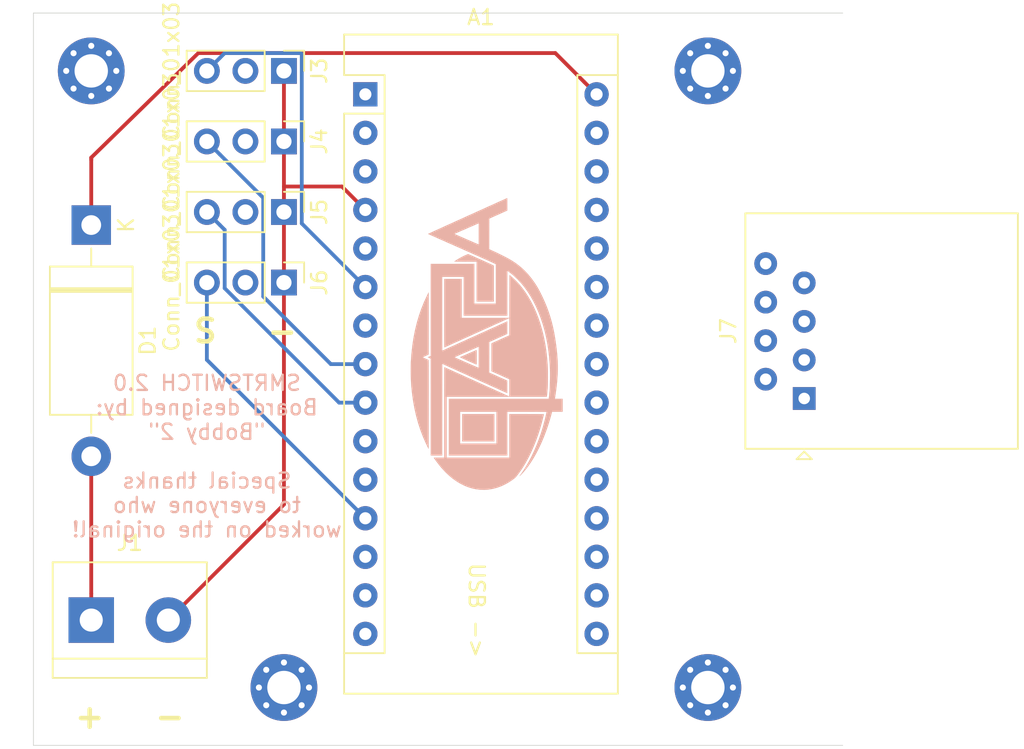
<source format=kicad_pcb>
(kicad_pcb (version 20171130) (host pcbnew "(5.1.6)-1")

  (general
    (thickness 1.6)
    (drawings 7)
    (tracks 40)
    (zones 0)
    (modules 13)
    (nets 36)
  )

  (page A4)
  (layers
    (0 F.Cu signal)
    (31 B.Cu signal)
    (32 B.Adhes user)
    (33 F.Adhes user)
    (34 B.Paste user)
    (35 F.Paste user)
    (36 B.SilkS user)
    (37 F.SilkS user)
    (38 B.Mask user)
    (39 F.Mask user)
    (40 Dwgs.User user)
    (41 Cmts.User user)
    (42 Eco1.User user)
    (43 Eco2.User user)
    (44 Edge.Cuts user)
    (45 Margin user)
    (46 B.CrtYd user)
    (47 F.CrtYd user)
    (48 B.Fab user)
    (49 F.Fab user)
  )

  (setup
    (last_trace_width 0.25)
    (trace_clearance 0.2)
    (zone_clearance 0.508)
    (zone_45_only no)
    (trace_min 0.2)
    (via_size 0.8)
    (via_drill 0.4)
    (via_min_size 0.4)
    (via_min_drill 0.3)
    (uvia_size 0.3)
    (uvia_drill 0.1)
    (uvias_allowed no)
    (uvia_min_size 0.2)
    (uvia_min_drill 0.1)
    (edge_width 0.05)
    (segment_width 0.2)
    (pcb_text_width 0.3)
    (pcb_text_size 1.5 1.5)
    (mod_edge_width 0.12)
    (mod_text_size 1 1)
    (mod_text_width 0.15)
    (pad_size 1.524 1.524)
    (pad_drill 0.762)
    (pad_to_mask_clearance 0.051)
    (solder_mask_min_width 0.25)
    (aux_axis_origin 0 0)
    (visible_elements 7FFFFFFF)
    (pcbplotparams
      (layerselection 0x010fc_ffffffff)
      (usegerberextensions false)
      (usegerberattributes false)
      (usegerberadvancedattributes false)
      (creategerberjobfile false)
      (excludeedgelayer true)
      (linewidth 0.100000)
      (plotframeref false)
      (viasonmask false)
      (mode 1)
      (useauxorigin false)
      (hpglpennumber 1)
      (hpglpenspeed 20)
      (hpglpendiameter 15.000000)
      (psnegative false)
      (psa4output false)
      (plotreference true)
      (plotvalue true)
      (plotinvisibletext false)
      (padsonsilk false)
      (subtractmaskfromsilk false)
      (outputformat 1)
      (mirror false)
      (drillshape 0)
      (scaleselection 1)
      (outputdirectory ""))
  )

  (net 0 "")
  (net 1 "Net-(A1-Pad1)")
  (net 2 "Net-(A1-Pad17)")
  (net 3 "Net-(A1-Pad2)")
  (net 4 "Net-(A1-Pad18)")
  (net 5 "Net-(A1-Pad3)")
  (net 6 "Net-(A1-Pad19)")
  (net 7 "Net-(A1-Pad20)")
  (net 8 "Net-(A1-Pad5)")
  (net 9 "Net-(A1-Pad21)")
  (net 10 "Net-(A1-Pad6)")
  (net 11 "Net-(A1-Pad22)")
  (net 12 "Net-(A1-Pad7)")
  (net 13 "Net-(A1-Pad23)")
  (net 14 "Net-(A1-Pad8)")
  (net 15 "Net-(A1-Pad24)")
  (net 16 "Net-(A1-Pad9)")
  (net 17 "Net-(A1-Pad25)")
  (net 18 "Net-(A1-Pad10)")
  (net 19 "Net-(A1-Pad26)")
  (net 20 "Net-(A1-Pad11)")
  (net 21 "Net-(A1-Pad27)")
  (net 22 "Net-(A1-Pad12)")
  (net 23 "Net-(A1-Pad28)")
  (net 24 "Net-(A1-Pad13)")
  (net 25 GND)
  (net 26 "Net-(A1-Pad14)")
  (net 27 +12V)
  (net 28 "Net-(A1-Pad15)")
  (net 29 "Net-(A1-Pad16)")
  (net 30 "Net-(A1-Pad29)")
  (net 31 "Net-(A1-Pad30)")
  (net 32 "Net-(J3-Pad2)")
  (net 33 "Net-(J4-Pad2)")
  (net 34 "Net-(J5-Pad2)")
  (net 35 "Net-(J6-Pad2)")

  (net_class Default "This is the default net class."
    (clearance 0.2)
    (trace_width 0.25)
    (via_dia 0.8)
    (via_drill 0.4)
    (uvia_dia 0.3)
    (uvia_drill 0.1)
    (add_net +12V)
    (add_net GND)
    (add_net "Net-(A1-Pad1)")
    (add_net "Net-(A1-Pad10)")
    (add_net "Net-(A1-Pad11)")
    (add_net "Net-(A1-Pad12)")
    (add_net "Net-(A1-Pad13)")
    (add_net "Net-(A1-Pad14)")
    (add_net "Net-(A1-Pad15)")
    (add_net "Net-(A1-Pad16)")
    (add_net "Net-(A1-Pad17)")
    (add_net "Net-(A1-Pad18)")
    (add_net "Net-(A1-Pad19)")
    (add_net "Net-(A1-Pad2)")
    (add_net "Net-(A1-Pad20)")
    (add_net "Net-(A1-Pad21)")
    (add_net "Net-(A1-Pad22)")
    (add_net "Net-(A1-Pad23)")
    (add_net "Net-(A1-Pad24)")
    (add_net "Net-(A1-Pad25)")
    (add_net "Net-(A1-Pad26)")
    (add_net "Net-(A1-Pad27)")
    (add_net "Net-(A1-Pad28)")
    (add_net "Net-(A1-Pad29)")
    (add_net "Net-(A1-Pad3)")
    (add_net "Net-(A1-Pad30)")
    (add_net "Net-(A1-Pad5)")
    (add_net "Net-(A1-Pad6)")
    (add_net "Net-(A1-Pad7)")
    (add_net "Net-(A1-Pad8)")
    (add_net "Net-(A1-Pad9)")
    (add_net "Net-(J3-Pad2)")
    (add_net "Net-(J4-Pad2)")
    (add_net "Net-(J5-Pad2)")
    (add_net "Net-(J6-Pad2)")
  )

  (module Connector_RJ:RJ45_Amphenol_54602-x08_Horizontal (layer F.Cu) (tedit 5B103613) (tstamp 5EEF0404)
    (at 162.56 95.25 90)
    (descr "8 Pol Shallow Latch Connector, Modjack, RJ45 (https://cdn.amphenol-icc.com/media/wysiwyg/files/drawing/c-bmj-0102.pdf)")
    (tags RJ45)
    (path /5EEEE824)
    (fp_text reference J7 (at 4.445 -5 90) (layer F.SilkS)
      (effects (font (size 1 1) (thickness 0.15)))
    )
    (fp_text value RJ45 (at 4.445 4 90) (layer F.Fab)
      (effects (font (size 1 1) (thickness 0.15)))
    )
    (fp_line (start 12.6 14.47) (end -3.71 14.47) (layer F.CrtYd) (width 0.05))
    (fp_line (start 12.6 14.47) (end 12.6 -4.27) (layer F.CrtYd) (width 0.05))
    (fp_line (start -3.71 -4.27) (end -3.71 14.47) (layer F.CrtYd) (width 0.05))
    (fp_line (start -3.71 -4.27) (end 12.6 -4.27) (layer F.CrtYd) (width 0.05))
    (fp_line (start -3.315 -3.88) (end -3.315 14.08) (layer F.SilkS) (width 0.12))
    (fp_line (start 12.205 -3.88) (end -3.315 -3.88) (layer F.SilkS) (width 0.12))
    (fp_line (start 12.205 -3.88) (end 12.205 14.08) (layer F.SilkS) (width 0.12))
    (fp_line (start -3.315 14.08) (end 12.205 14.08) (layer F.SilkS) (width 0.12))
    (fp_line (start -3.205 -2.77) (end -2.205 -3.77) (layer F.Fab) (width 0.12))
    (fp_line (start -2.205 -3.77) (end 12.095 -3.77) (layer F.Fab) (width 0.12))
    (fp_line (start 12.095 -3.77) (end 12.095 13.97) (layer F.Fab) (width 0.12))
    (fp_line (start 12.095 13.97) (end -3.205 13.97) (layer F.Fab) (width 0.12))
    (fp_line (start -3.205 13.97) (end -3.205 -2.77) (layer F.Fab) (width 0.12))
    (fp_line (start -3.5 0) (end -4 -0.5) (layer F.SilkS) (width 0.12))
    (fp_line (start -4 -0.5) (end -4 0.5) (layer F.SilkS) (width 0.12))
    (fp_line (start -4 0.5) (end -3.5 0) (layer F.SilkS) (width 0.12))
    (fp_text user %R (at 4.445 2 90) (layer F.Fab)
      (effects (font (size 1 1) (thickness 0.15)))
    )
    (pad 8 thru_hole circle (at 8.89 -2.54 90) (size 1.5 1.5) (drill 0.76) (layers *.Cu *.Mask)
      (net 21 "Net-(A1-Pad27)"))
    (pad 7 thru_hole circle (at 7.62 0 90) (size 1.5 1.5) (drill 0.76) (layers *.Cu *.Mask)
      (net 30 "Net-(A1-Pad29)"))
    (pad 6 thru_hole circle (at 6.35 -2.54 90) (size 1.5 1.5) (drill 0.76) (layers *.Cu *.Mask)
      (net 6 "Net-(A1-Pad19)"))
    (pad 5 thru_hole circle (at 5.08 0 90) (size 1.5 1.5) (drill 0.76) (layers *.Cu *.Mask)
      (net 7 "Net-(A1-Pad20)"))
    (pad 4 thru_hole circle (at 3.81 -2.54 90) (size 1.5 1.5) (drill 0.76) (layers *.Cu *.Mask)
      (net 9 "Net-(A1-Pad21)"))
    (pad 3 thru_hole circle (at 2.54 0 90) (size 1.5 1.5) (drill 0.76) (layers *.Cu *.Mask)
      (net 11 "Net-(A1-Pad22)"))
    (pad 2 thru_hole circle (at 1.27 -2.54 90) (size 1.5 1.5) (drill 0.76) (layers *.Cu *.Mask)
      (net 13 "Net-(A1-Pad23)"))
    (pad 1 thru_hole rect (at 0 0 90) (size 1.5 1.5) (drill 0.76) (layers *.Cu *.Mask)
      (net 15 "Net-(A1-Pad24)"))
    (pad "" np_thru_hole circle (at -1.27 6.35 90) (size 3.2 3.2) (drill 3.2) (layers *.Cu *.Mask))
    (pad "" np_thru_hole circle (at 10.16 6.35 90) (size 3.2 3.2) (drill 3.2) (layers *.Cu *.Mask))
    (model ${KISYS3DMOD}/Connector_RJ.3dshapes/RJ45_Amphenol_54602-x08_Horizontal.wrl
      (at (xyz 0 0 0))
      (scale (xyz 1 1 1))
      (rotate (xyz 0 0 0))
    )
  )

  (module "" (layer B.Cu) (tedit 0) (tstamp 0)
    (at 140.97 92.71 270)
    (fp_text reference "" (at 0 0 90) (layer B.SilkS)
      (effects (font (size 1.27 1.27) (thickness 0.15)) (justify mirror))
    )
    (fp_text value "" (at 0 0 90) (layer B.SilkS)
      (effects (font (size 1.27 1.27) (thickness 0.15)) (justify mirror))
    )
    (fp_poly (pts (xy 5.369786 -1.168599) (xy 3.566386 -1.168599) (xy 3.566386 0.952301) (xy 5.369786 0.952301)
      (xy 5.369786 -1.168599)) (layer B.SilkS) (width 0.01))
    (fp_poly (pts (xy -0.087639 3.022401) (xy 6.296886 3.022401) (xy 6.296886 2.273154) (xy 3.275146 2.269953)
      (xy 0.253407 2.266751) (xy 1.217746 0.133504) (xy 1.317406 -0.087009) (xy 1.414221 -0.301335)
      (xy 1.507676 -0.508327) (xy 1.597255 -0.706836) (xy 1.682441 -0.895714) (xy 1.762716 -1.073814)
      (xy 1.837566 -1.239987) (xy 1.906473 -1.393085) (xy 1.96892 -1.53196) (xy 2.024392 -1.655465)
      (xy 2.072371 -1.762451) (xy 2.112341 -1.85177) (xy 2.143786 -1.922274) (xy 2.166189 -1.972815)
      (xy 2.179034 -2.002246) (xy 2.182086 -2.009797) (xy 2.169886 -2.012133) (xy 2.135288 -2.014072)
      (xy 2.081288 -2.015565) (xy 2.010884 -2.016564) (xy 1.927076 -2.017018) (xy 1.832861 -2.016879)
      (xy 1.77374 -2.016499) (xy 1.365395 -2.013149) (xy 0.832267 -0.825547) (xy -1.185679 -0.832049)
      (xy -1.715633 -2.013149) (xy -2.128352 -2.016496) (xy -2.54107 -2.019844) (xy -2.511285 -1.952996)
      (xy -2.502969 -1.934498) (xy -2.484734 -1.894066) (xy -2.457129 -1.832908) (xy -2.420699 -1.752234)
      (xy -2.375991 -1.653253) (xy -2.323551 -1.537176) (xy -2.263927 -1.405212) (xy -2.197664 -1.25857)
      (xy -2.125309 -1.098459) (xy -2.047409 -0.92609) (xy -1.96451 -0.742672) (xy -1.877159 -0.549413)
      (xy -1.785902 -0.347524) (xy -1.692048 -0.139899) (xy -0.876615 -0.139899) (xy -0.179115 -0.139899)
      (xy -0.048663 -0.139729) (xy 0.07385 -0.139243) (xy 0.186131 -0.13847) (xy 0.285883 -0.137443)
      (xy 0.370815 -0.136193) (xy 0.43863 -0.134752) (xy 0.487035 -0.133151) (xy 0.513736 -0.131421)
      (xy 0.518386 -0.130315) (xy 0.513435 -0.1157) (xy 0.499263 -0.080395) (xy 0.476885 -0.02672)
      (xy 0.447318 0.043006) (xy 0.411579 0.126462) (xy 0.370685 0.221331) (xy 0.325652 0.325291)
      (xy 0.277497 0.436024) (xy 0.227236 0.551209) (xy 0.175887 0.668528) (xy 0.124466 0.785661)
      (xy 0.073989 0.900289) (xy 0.025474 1.010091) (xy -0.020063 1.112749) (xy -0.061605 1.205943)
      (xy -0.098135 1.287353) (xy -0.128637 1.354659) (xy -0.152094 1.405543) (xy -0.167489 1.437685)
      (xy -0.173764 1.448763) (xy -0.177271 1.446438) (xy -0.18335 1.437526) (xy -0.192547 1.420799)
      (xy -0.20541 1.395031) (xy -0.222484 1.358996) (xy -0.244316 1.311467) (xy -0.271452 1.251218)
      (xy -0.304438 1.177022) (xy -0.343821 1.087653) (xy -0.390146 0.981884) (xy -0.443961 0.85849)
      (xy -0.505812 0.716242) (xy -0.576244 0.553916) (xy -0.655804 0.370284) (xy -0.7131 0.237926)
      (xy -0.876615 -0.139899) (xy -1.692048 -0.139899) (xy -1.691286 -0.138215) (xy -1.593857 0.077306)
      (xy -1.546708 0.181601) (xy -1.448596 0.398689) (xy -1.353337 0.609593) (xy -1.261455 0.813146)
      (xy -1.173475 1.008181) (xy -1.089922 1.19353) (xy -1.011321 1.368025) (xy -0.938196 1.5305)
      (xy -0.871073 1.679786) (xy -0.810476 1.814715) (xy -0.75693 1.934121) (xy -0.71096 2.036836)
      (xy -0.67309 2.121692) (xy -0.643846 2.187521) (xy -0.623753 2.233156) (xy -0.613334 2.25743)
      (xy -0.611914 2.261226) (xy -0.624503 2.262669) (xy -0.661824 2.264033) (xy -0.72321 2.265315)
      (xy -0.807994 2.266511) (xy -0.915507 2.267619) (xy -1.045083 2.268635) (xy -1.196054 2.269555)
      (xy -1.367752 2.270377) (xy -1.559511 2.271097) (xy -1.770662 2.271713) (xy -2.000538 2.27222)
      (xy -2.248472 2.272615) (xy -2.513795 2.272896) (xy -2.795842 2.273058) (xy -3.043964 2.273101)
      (xy -5.476014 2.273101) (xy -5.476014 0.850701) (xy -2.923314 0.850701) (xy -2.923314 -2.019499)
      (xy -4.396514 -2.019499) (xy -4.597644 -2.019593) (xy -4.789208 -2.019869) (xy -4.969799 -2.020317)
      (xy -5.138009 -2.020924) (xy -5.292428 -2.021682) (xy -5.43165 -2.022579) (xy -5.554265 -2.023604)
      (xy -5.658866 -2.024747) (xy -5.744044 -2.025997) (xy -5.808391 -2.027344) (xy -5.850499 -2.028776)
      (xy -5.868959 -2.030284) (xy -5.869714 -2.030662) (xy -5.862079 -2.045831) (xy -5.840936 -2.077171)
      (xy -5.808931 -2.12125) (xy -5.76871 -2.174636) (xy -5.722916 -2.233897) (xy -5.674196 -2.295602)
      (xy -5.625195 -2.356319) (xy -5.578558 -2.412616) (xy -5.545483 -2.451299) (xy -5.317166 -2.695136)
      (xy -5.066393 -2.928429) (xy -4.794028 -3.150701) (xy -4.500935 -3.361475) (xy -4.187978 -3.560271)
      (xy -3.856022 -3.746613) (xy -3.50593 -3.920022) (xy -3.138567 -4.080022) (xy -2.754796 -4.226133)
      (xy -2.355483 -4.35788) (xy -1.941491 -4.474783) (xy -1.837464 -4.501219) (xy -1.432059 -4.593824)
      (xy -1.019924 -4.671442) (xy -0.597513 -4.734586) (xy -0.161278 -4.783766) (xy 0.292326 -4.819493)
      (xy 0.427313 -4.827393) (xy 0.524428 -4.831477) (xy 0.640852 -4.834423) (xy 0.772678 -4.836276)
      (xy 0.916001 -4.837083) (xy 1.066914 -4.836889) (xy 1.221511 -4.835739) (xy 1.375886 -4.83368)
      (xy 1.526133 -4.830757) (xy 1.668346 -4.827016) (xy 1.798618 -4.822502) (xy 1.913044 -4.817261)
      (xy 2.007717 -4.811339) (xy 2.042386 -4.808504) (xy 2.166179 -4.797109) (xy 2.2764 -4.786419)
      (xy 2.370696 -4.776687) (xy 2.446718 -4.768164) (xy 2.502114 -4.761102) (xy 2.534511 -4.755759)
      (xy 2.563086 -4.749515) (xy 2.563086 1.092001) (xy 3.413986 1.092001) (xy 3.413986 -1.308299)
      (xy 5.509486 -1.308299) (xy 5.509486 1.092001) (xy 3.413986 1.092001) (xy 2.563086 1.092001)
      (xy 2.563086 1.828601) (xy 6.296886 1.828601) (xy 6.296886 -2.019499) (xy 3.413986 -2.019499)
      (xy 3.413986 -3.314899) (xy 3.414096 -3.512987) (xy 3.41442 -3.698871) (xy 3.414946 -3.871261)
      (xy 3.415662 -4.028866) (xy 3.416558 -4.170394) (xy 3.417621 -4.294555) (xy 3.418841 -4.400058)
      (xy 3.420205 -4.485612) (xy 3.421703 -4.549927) (xy 3.423323 -4.59171) (xy 3.425053 -4.609672)
      (xy 3.425452 -4.610299) (xy 3.443331 -4.607487) (xy 3.481861 -4.599666) (xy 3.536997 -4.58776)
      (xy 3.604691 -4.57269) (xy 3.680899 -4.555378) (xy 3.761572 -4.536749) (xy 3.842666 -4.517723)
      (xy 3.920134 -4.499223) (xy 3.989929 -4.482172) (xy 4.015995 -4.475662) (xy 4.422566 -4.365552)
      (xy 4.825316 -4.241264) (xy 5.221536 -4.103941) (xy 5.60852 -3.954723) (xy 5.983558 -3.794751)
      (xy 6.343944 -3.625168) (xy 6.686969 -3.447114) (xy 7.009925 -3.261731) (xy 7.240563 -3.116458)
      (xy 7.312832 -3.068438) (xy 7.386059 -3.018812) (xy 7.454287 -2.971685) (xy 7.511561 -2.93116)
      (xy 7.543557 -2.907708) (xy 7.586892 -2.876022) (xy 7.622289 -2.851839) (xy 7.645222 -2.838151)
      (xy 7.651399 -2.836379) (xy 7.644678 -2.846577) (xy 7.622052 -2.870684) (xy 7.586643 -2.905779)
      (xy 7.541572 -2.948942) (xy 7.489961 -2.997254) (xy 7.434931 -3.047795) (xy 7.379604 -3.097646)
      (xy 7.327101 -3.143887) (xy 7.280545 -3.183598) (xy 7.277118 -3.18645) (xy 7.025883 -3.382666)
      (xy 6.751036 -3.574106) (xy 6.454049 -3.760005) (xy 6.13639 -3.939598) (xy 5.79953 -4.112122)
      (xy 5.444939 -4.27681) (xy 5.074086 -4.432899) (xy 4.688442 -4.579624) (xy 4.417286 -4.674067)
      (xy 4.266421 -4.723635) (xy 4.108955 -4.773428) (xy 3.950672 -4.821722) (xy 3.797358 -4.866792)
      (xy 3.654795 -4.906912) (xy 3.52877 -4.940359) (xy 3.499711 -4.947678) (xy 3.413986 -4.968986)
      (xy 3.413986 -5.664399) (xy 2.563086 -5.664399) (xy 2.563086 -5.410399) (xy 2.56249 -5.321707)
      (xy 2.560775 -5.249735) (xy 2.558052 -5.196744) (xy 2.554428 -5.164996) (xy 2.550801 -5.156399)
      (xy 2.534579 -5.158353) (xy 2.497926 -5.163743) (xy 2.445473 -5.171858) (xy 2.381848 -5.181989)
      (xy 2.344426 -5.188056) (xy 2.198446 -5.210529) (xy 2.035402 -5.233322) (xy 1.863592 -5.255393)
      (xy 1.691314 -5.275702) (xy 1.526867 -5.293207) (xy 1.439136 -5.301593) (xy 1.158509 -5.324127)
      (xy 0.889598 -5.339279) (xy 0.627725 -5.346936) (xy 0.368207 -5.346987) (xy 0.106365 -5.33932)
      (xy -0.162481 -5.323822) (xy -0.443013 -5.300381) (xy -0.73991 -5.268884) (xy -0.939672 -5.244575)
      (xy -1.352381 -5.186645) (xy -1.744075 -5.120066) (xy -2.117931 -5.043927) (xy -2.477126 -4.957319)
      (xy -2.824837 -4.859331) (xy -3.16424 -4.749054) (xy -3.498513 -4.625578) (xy -3.830833 -4.487992)
      (xy -4.164376 -4.335388) (xy -4.237764 -4.299938) (xy -4.392845 -4.223336) (xy -4.529215 -4.153611)
      (xy -4.651688 -4.08806) (xy -4.765075 -4.023977) (xy -4.874189 -3.958658) (xy -4.983843 -3.889397)
      (xy -5.075964 -3.828815) (xy -5.367876 -3.620332) (xy -5.63834 -3.398712) (xy -5.888122 -3.163135)
      (xy -6.117987 -2.912785) (xy -6.3287 -2.646842) (xy -6.521026 -2.36449) (xy -6.653099 -2.142473)
      (xy -6.692129 -2.070969) (xy -6.739858 -1.980443) (xy -6.794293 -1.874913) (xy -6.853441 -1.758396)
      (xy -6.915306 -1.634909) (xy -6.977895 -1.508469) (xy -7.039214 -1.383095) (xy -7.09727 -1.262802)
      (xy -7.150067 -1.151609) (xy -7.195613 -1.053534) (xy -7.216868 -1.006598) (xy -7.297893 -0.825548)
      (xy -8.307067 -0.828798) (xy -9.316241 -0.832049) (xy -9.582643 -1.425774) (xy -9.849046 -2.019499)
      (xy -10.259271 -2.019499) (xy -10.372053 -2.019443) (xy -10.461948 -2.019178) (xy -10.531468 -2.018557)
      (xy -10.583127 -2.017431) (xy -10.619436 -2.015654) (xy -10.642909 -2.013078) (xy -10.656057 -2.009557)
      (xy -10.661395 -2.004941) (xy -10.661434 -1.999085) (xy -10.66038 -1.995976) (xy -10.652649 -1.977942)
      (xy -10.635153 -1.938397) (xy -10.608463 -1.878604) (xy -10.573151 -1.799823) (xy -10.529787 -1.703315)
      (xy -10.478943 -1.590344) (xy -10.42119 -1.462169) (xy -10.357099 -1.320052) (xy -10.287242 -1.165256)
      (xy -10.212189 -0.99904) (xy -10.132512 -0.822668) (xy -10.048782 -0.637399) (xy -9.961571 -0.444496)
      (xy -9.871449 -0.24522) (xy -9.823804 -0.139899) (xy -9.006955 -0.139899) (xy -8.308285 -0.139899)
      (xy -8.17772 -0.139785) (xy -8.055093 -0.13946) (xy -7.942694 -0.138944) (xy -7.842817 -0.138258)
      (xy -7.757755 -0.137423) (xy -7.689798 -0.13646) (xy -7.64124 -0.13539) (xy -7.614373 -0.134234)
      (xy -7.609614 -0.133487) (xy -7.614536 -0.120673) (xy -7.628628 -0.086909) (xy -7.650881 -0.034517)
      (xy -7.680288 0.034183) (xy -7.715839 0.116868) (xy -7.756527 0.211219) (xy -7.801342 0.314913)
      (xy -7.849276 0.42563) (xy -7.89932 0.541048) (xy -7.950466 0.658845) (xy -8.001705 0.776701)
      (xy -8.052029 0.892294) (xy -8.100429 1.003304) (xy -8.145896 1.107407) (xy -8.187423 1.202285)
      (xy -8.223999 1.285614) (xy -8.254618 1.355075) (xy -8.278269 1.408345) (xy -8.293945 1.443103)
      (xy -8.300637 1.457029) (xy -8.300739 1.457159) (xy -8.312189 1.45973) (xy -8.312676 1.459243)
      (xy -8.318134 1.447305) (xy -8.332678 1.414387) (xy -8.355295 1.362818) (xy -8.384974 1.294924)
      (xy -8.420703 1.213034) (xy -8.461472 1.119474) (xy -8.506269 1.016574) (xy -8.554082 0.90666)
      (xy -8.603901 0.792061) (xy -8.654715 0.675104) (xy -8.705511 0.558116) (xy -8.755278 0.443426)
      (xy -8.803006 0.333361) (xy -8.847683 0.230248) (xy -8.888297 0.136417) (xy -8.923838 0.054193)
      (xy -8.953294 -0.014094) (xy -8.975653 -0.066118) (xy -8.989514 -0.098624) (xy -9.006955 -0.139899)
      (xy -9.823804 -0.139899) (xy -9.778988 -0.040833) (xy -9.68476 0.167404) (xy -9.589334 0.37823)
      (xy -9.493283 0.590383) (xy -9.397177 0.802602) (xy -9.301588 1.013625) (xy -9.207088 1.222191)
      (xy -9.114246 1.427038) (xy -9.023635 1.626905) (xy -8.935826 1.82053) (xy -8.85139 2.006652)
      (xy -8.770899 2.18401) (xy -8.694922 2.351342) (xy -8.624032 2.507386) (xy -8.558801 2.650881)
      (xy -8.499798 2.780566) (xy -8.447595 2.89518) (xy -8.402764 2.99346) (xy -8.365876 3.074145)
      (xy -8.337502 3.135975) (xy -8.318212 3.177686) (xy -8.30858 3.198019) (xy -8.307558 3.199883)
      (xy -8.301771 3.188495) (xy -8.286285 3.155065) (xy -8.261637 3.100796) (xy -8.228361 3.026893)
      (xy -8.186994 2.934559) (xy -8.13807 2.825001) (xy -8.082125 2.699421) (xy -8.019695 2.559024)
      (xy -7.951316 2.405015) (xy -7.877522 2.238598) (xy -7.798849 2.060976) (xy -7.715833 1.873355)
      (xy -7.629009 1.676938) (xy -7.538913 1.472931) (xy -7.44608 1.262536) (xy -7.445083 1.260276)
      (xy -7.349822 1.044406) (xy -7.25584 0.831681) (xy -7.163788 0.623565) (xy -7.074317 0.421518)
      (xy -6.988079 0.227003) (xy -6.905722 0.041481) (xy -6.827898 -0.133586) (xy -6.755258 -0.296737)
      (xy -6.688453 -0.44651) (xy -6.628132 -0.581443) (xy -6.574947 -0.700074) (xy -6.529548 -0.800943)
      (xy -6.492586 -0.882587) (xy -6.464711 -0.943544) (xy -6.450105 -0.974924) (xy -6.310694 -1.270198)
      (xy -5.010704 -1.270199) (xy -3.710714 -1.270199) (xy -3.710714 0.152201) (xy -6.326914 0.152201)
      (xy -6.326914 3.022401) (xy -3.29391 3.022402) (xy -0.260905 3.022402) (xy -0.21847 3.118961)
      (xy -0.176035 3.215521) (xy -0.087639 3.022401)) (layer B.SilkS) (width 0.01))
    (fp_poly (pts (xy 0.713799 4.340786) (xy 0.885461 4.33921) (xy 1.056808 4.336241) (xy 1.222805 4.331945)
      (xy 1.378417 4.326389) (xy 1.518611 4.319639) (xy 1.635986 4.311944) (xy 2.172685 4.259802)
      (xy 2.694932 4.187682) (xy 3.202478 4.095649) (xy 3.695075 3.983768) (xy 4.172474 3.852102)
      (xy 4.634427 3.700715) (xy 5.080686 3.529672) (xy 5.511002 3.339037) (xy 5.636486 3.278266)
      (xy 5.858736 3.168451) (xy 2.938398 3.165249) (xy 2.667785 3.164994) (xy 2.403865 3.164825)
      (xy 2.147763 3.16474) (xy 1.900607 3.164738) (xy 1.663521 3.164815) (xy 1.437632 3.164969)
      (xy 1.224067 3.165198) (xy 1.02395 3.1655) (xy 0.838409 3.165871) (xy 0.668569 3.166309)
      (xy 0.515557 3.166813) (xy 0.380498 3.167379) (xy 0.264519 3.168004) (xy 0.168745 3.168688)
      (xy 0.094303 3.169427) (xy 0.042319 3.170218) (xy 0.013919 3.17106) (xy 0.008655 3.171599)
      (xy 0.000442 3.185955) (xy -0.016068 3.219319) (xy -0.038867 3.267483) (xy -0.065949 3.326237)
      (xy -0.082523 3.362829) (xy -0.111072 3.425094) (xy -0.136547 3.478484) (xy -0.156956 3.518989)
      (xy -0.170306 3.5426) (xy -0.17405 3.546979) (xy -0.182271 3.536855) (xy -0.198814 3.507268)
      (xy -0.221746 3.461995) (xy -0.249136 3.404809) (xy -0.270273 3.358951) (xy -0.356742 3.168451)
      (xy -4.453664 3.164115) (xy -4.225064 3.277417) (xy -3.808038 3.470581) (xy -3.374333 3.645076)
      (xy -2.924683 3.800724) (xy -2.459824 3.937346) (xy -1.980492 4.054765) (xy -1.48742 4.152802)
      (xy -0.981344 4.23128) (xy -0.462998 4.29002) (xy 0.066881 4.328843) (xy 0.124686 4.331833)
      (xy 0.247264 4.336492) (xy 0.389666 4.339493) (xy 0.546856 4.340902) (xy 0.713799 4.340786)) (layer B.SilkS) (width 0.01))
    (fp_poly (pts (xy -6.47911 -0.000199) (xy -3.850414 -0.000199) (xy -3.850414 -1.130499) (xy -6.214412 -1.130499)
      (xy -6.313715 -0.924124) (xy -6.338334 -0.87194) (xy -6.371732 -0.799598) (xy -6.412508 -0.710211)
      (xy -6.45926 -0.60689) (xy -6.510586 -0.492747) (xy -6.565082 -0.370893) (xy -6.621348 -0.244441)
      (xy -6.677981 -0.116503) (xy -6.694368 -0.079351) (xy -6.975717 0.559047) (xy -6.929372 0.676299)
      (xy -6.88781 0.773545) (xy -6.835219 0.884452) (xy -6.775299 1.001988) (xy -6.711755 1.119123)
      (xy -6.648288 1.228827) (xy -6.588601 1.324069) (xy -6.586694 1.326951) (xy -6.485664 1.479351)
      (xy -6.47911 -0.000199)) (layer B.SilkS) (width 0.01))
    (fp_poly (pts (xy -0.174202 1.085688) (xy -0.159265 1.055331) (xy -0.136649 1.00716) (xy -0.107571 0.943918)
      (xy -0.073249 0.868347) (xy -0.034901 0.783189) (xy 0.006254 0.691187) (xy 0.048999 0.595084)
      (xy 0.092115 0.497622) (xy 0.134384 0.401543) (xy 0.174589 0.309589) (xy 0.211512 0.224504)
      (xy 0.243933 0.149029) (xy 0.270636 0.085907) (xy 0.290403 0.037881) (xy 0.297585 0.019655)
      (xy 0.2975 0.014526) (xy 0.29139 0.010354) (xy 0.276967 0.007042) (xy 0.25194 0.004493)
      (xy 0.214019 0.002612) (xy 0.160916 0.0013) (xy 0.090339 0.000462) (xy 0 0)
      (xy -0.11239 -0.000182) (xy -0.172406 -0.000199) (xy -0.279721 0.000032) (xy -0.378619 0.000688)
      (xy -0.466328 0.001718) (xy -0.540075 0.003069) (xy -0.597086 0.004689) (xy -0.634591 0.006527)
      (xy -0.649816 0.00853) (xy -0.650014 0.008789) (xy -0.64513 0.02216) (xy -0.631292 0.055975)
      (xy -0.609723 0.107405) (xy -0.581645 0.173622) (xy -0.548282 0.251798) (xy -0.510856 0.339105)
      (xy -0.47059 0.432714) (xy -0.428706 0.529797) (xy -0.386427 0.627525) (xy -0.344976 0.72307)
      (xy -0.305575 0.813604) (xy -0.269447 0.896298) (xy -0.237816 0.968324) (xy -0.211902 1.026853)
      (xy -0.19293 1.069058) (xy -0.182122 1.09211) (xy -0.180241 1.095488) (xy -0.174202 1.085688)) (layer B.SilkS) (width 0.01))
    (fp_poly (pts (xy 6.462327 2.81155) (xy 6.497332 2.789982) (xy 6.546551 2.756576) (xy 6.607224 2.713411)
      (xy 6.676593 2.662566) (xy 6.7519 2.606119) (xy 6.830386 2.54615) (xy 6.909292 2.484737)
      (xy 6.985859 2.423958) (xy 7.05733 2.365894) (xy 7.120944 2.312623) (xy 7.150833 2.286778)
      (xy 7.396329 2.058087) (xy 7.618949 1.822886) (xy 7.818486 1.581702) (xy 7.994734 1.335057)
      (xy 8.147486 1.083477) (xy 8.276536 0.827485) (xy 8.381677 0.567607) (xy 8.462703 0.304366)
      (xy 8.519407 0.038286) (xy 8.551582 -0.230107) (xy 8.559022 -0.500289) (xy 8.541521 -0.771736)
      (xy 8.498872 -1.043924) (xy 8.486141 -1.103643) (xy 8.415482 -1.36363) (xy 8.320291 -1.622059)
      (xy 8.201433 -1.876947) (xy 8.059771 -2.12631) (xy 8.000029 -2.219375) (xy 7.931955 -2.320386)
      (xy 7.873451 -2.403) (xy 7.821475 -2.470869) (xy 7.772984 -2.527641) (xy 7.724935 -2.576966)
      (xy 7.674285 -2.622496) (xy 7.641557 -2.649369) (xy 7.374685 -2.850024) (xy 7.084692 -3.044699)
      (xy 6.773316 -3.232606) (xy 6.442299 -3.412958) (xy 6.093383 -3.584966) (xy 5.728307 -3.747843)
      (xy 5.348813 -3.900803) (xy 4.956642 -4.043056) (xy 4.553534 -4.173816) (xy 4.14123 -4.292294)
      (xy 3.838992 -4.369714) (xy 3.761635 -4.388445) (xy 3.692847 -4.404949) (xy 3.636374 -4.418339)
      (xy 3.595962 -4.427729) (xy 3.575356 -4.432233) (xy 3.573599 -4.432499) (xy 3.572536 -4.420098)
      (xy 3.571521 -4.384095) (xy 3.570563 -4.326286) (xy 3.569676 -4.248469) (xy 3.56887 -4.152442)
      (xy 3.568158 -4.04) (xy 3.567549 -3.912942) (xy 3.567056 -3.773065) (xy 3.56669 -3.622166)
      (xy 3.566463 -3.462043) (xy 3.566386 -3.295849) (xy 3.566386 -2.159199) (xy 6.436586 -2.159199)
      (xy 6.436586 1.981001) (xy 2.423386 1.981001) (xy 2.423386 -4.62098) (xy 2.388461 -4.62807)
      (xy 2.355056 -4.633127) (xy 2.300438 -4.639373) (xy 2.228749 -4.64646) (xy 2.144129 -4.654042)
      (xy 2.050719 -4.661775) (xy 1.95266 -4.669311) (xy 1.854094 -4.676305) (xy 1.75916 -4.68241)
      (xy 1.693136 -4.686182) (xy 1.622934 -4.689092) (xy 1.532485 -4.691557) (xy 1.426362 -4.693559)
      (xy 1.309136 -4.695079) (xy 1.18538 -4.696098) (xy 1.059668 -4.696598) (xy 0.936572 -4.696561)
      (xy 0.820663 -4.695969) (xy 0.716516 -4.694803) (xy 0.628701 -4.693044) (xy 0.562836 -4.690726)
      (xy 0.142521 -4.665172) (xy -0.257985 -4.629692) (xy -0.642487 -4.583711) (xy -1.014792 -4.526657)
      (xy -1.378705 -4.457956) (xy -1.738033 -4.377033) (xy -2.044716 -4.297659) (xy -2.435763 -4.181366)
      (xy -2.814089 -4.050517) (xy -3.17857 -3.905766) (xy -3.528084 -3.747768) (xy -3.861507 -3.577178)
      (xy -4.177717 -3.39465) (xy -4.475589 -3.20084) (xy -4.754001 -2.996403) (xy -5.01183 -2.781993)
      (xy -5.247953 -2.558266) (xy -5.461246 -2.325875) (xy -5.494619 -2.286199) (xy -5.594798 -2.165549)
      (xy -4.182856 -2.162318) (xy -2.770914 -2.159088) (xy -2.770914 0.990401) (xy -5.336314 0.990401)
      (xy -5.336314 2.133401) (xy -3.080706 2.133401) (xy -2.790342 2.13337) (xy -2.52444 2.133271)
      (xy -2.282063 2.133099) (xy -2.062274 2.132846) (xy -1.864133 2.132505) (xy -1.686704 2.132072)
      (xy -1.529049 2.131537) (xy -1.390231 2.130896) (xy -1.269311 2.130141) (xy -1.165353 2.129266)
      (xy -1.077418 2.128264) (xy -1.004569 2.127129) (xy -0.945868 2.125853) (xy -0.900378 2.124431)
      (xy -0.867161 2.122855) (xy -0.845279 2.12112) (xy -0.833795 2.119218) (xy -0.83148 2.117526)
      (xy -0.837296 2.104482) (xy -0.853057 2.069449) (xy -0.87824 2.013583) (xy -0.912325 1.938039)
      (xy -0.954789 1.843972) (xy -1.00511 1.732537) (xy -1.062767 1.604889) (xy -1.127238 1.462183)
      (xy -1.198 1.305574) (xy -1.274532 1.136218) (xy -1.356312 0.955269) (xy -1.442819 0.763883)
      (xy -1.53353 0.563213) (xy -1.627923 0.354417) (xy -1.725478 0.138648) (xy -1.798038 -0.02183)
      (xy -1.897477 -0.241781) (xy -1.994071 -0.455512) (xy -2.087303 -0.661877) (xy -2.176654 -0.859725)
      (xy -2.261609 -1.04791) (xy -2.341649 -1.225281) (xy -2.416255 -1.390691) (xy -2.484912 -1.542992)
      (xy -2.547101 -1.681034) (xy -2.602304 -1.803669) (xy -2.650005 -1.90975) (xy -2.689684 -1.998127)
      (xy -2.720826 -2.067652) (xy -2.742911 -2.117176) (xy -2.755423 -2.145552) (xy -2.758214 -2.152255)
      (xy -2.745938 -2.153687) (xy -2.710799 -2.15502) (xy -2.655338 -2.156222) (xy -2.582091 -2.157263)
      (xy -2.493599 -2.158111) (xy -2.392398 -2.158736) (xy -2.281028 -2.159106) (xy -2.188408 -2.159199)
      (xy -1.618601 -2.159199) (xy -1.593319 -2.098874) (xy -1.582927 -2.074912) (xy -1.563289 -2.030443)
      (xy -1.535588 -1.968118) (xy -1.501009 -1.890588) (xy -1.460734 -1.800505) (xy -1.415949 -1.700521)
      (xy -1.367837 -1.593287) (xy -1.329663 -1.508324) (xy -1.091288 -0.978099) (xy 0.741218 -0.978099)
      (xy 1.271136 -2.159199) (xy 1.84227 -2.159199) (xy 1.982488 -2.159064) (xy 2.099114 -2.158627)
      (xy 2.193954 -2.157836) (xy 2.268814 -2.156641) (xy 2.325501 -2.154991) (xy 2.36582 -2.152835)
      (xy 2.391578 -2.150122) (xy 2.404581 -2.146802) (xy 2.406901 -2.143324) (xy 2.401073 -2.130279)
      (xy 2.385299 -2.095246) (xy 2.360103 -2.03938) (xy 2.326005 -1.963837) (xy 2.283529 -1.869772)
      (xy 2.233196 -1.758338) (xy 2.175528 -1.630693) (xy 2.111047 -1.487991) (xy 2.040275 -1.331387)
      (xy 1.963734 -1.162036) (xy 1.881946 -0.981093) (xy 1.795433 -0.789714) (xy 1.704717 -0.589054)
      (xy 1.61032 -0.380268) (xy 1.512764 -0.164511) (xy 1.440343 -0.004352) (xy 1.340906 0.215584)
      (xy 1.244315 0.429304) (xy 1.151086 0.63566) (xy 1.061738 0.833503) (xy 0.976787 1.021684)
      (xy 0.896752 1.199055) (xy 0.822151 1.364467) (xy 0.7535 1.516771) (xy 0.691319 1.654818)
      (xy 0.636124 1.777458) (xy 0.588433 1.883545) (xy 0.548764 1.971928) (xy 0.517634 2.041459)
      (xy 0.495562 2.090989) (xy 0.483065 2.119369) (xy 0.480286 2.126073) (xy 0.4928 2.126745)
      (xy 0.529605 2.127401) (xy 0.589589 2.128037) (xy 0.671642 2.128651) (xy 0.774654 2.129241)
      (xy 0.897514 2.129802) (xy 1.039112 2.130334) (xy 1.198337 2.130832) (xy 1.374081 2.131295)
      (xy 1.565231 2.131719) (xy 1.770678 2.132102) (xy 1.989311 2.132441) (xy 2.22002 2.132734)
      (xy 2.461696 2.132977) (xy 2.713226 2.133168) (xy 2.973502 2.133304) (xy 3.241412 2.133382)
      (xy 3.458436 2.133401) (xy 6.436586 2.133401) (xy 6.436586 2.476301) (xy 6.436859 2.566647)
      (xy 6.437629 2.648076) (xy 6.438824 2.717316) (xy 6.440369 2.771096) (xy 6.442191 2.806142)
      (xy 6.444215 2.819184) (xy 6.444294 2.819202) (xy 6.462327 2.81155)) (layer B.SilkS) (width 0.01))
    (fp_text user LOGO (at -0.306414 -0.660599 90) (layer B.SilkS) hide
      (effects (font (size 1.524 1.524) (thickness 0.3)) (justify mirror))
    )
    (fp_text user G*** (at -1.056414 -0.660599 90) (layer B.SilkS) hide
      (effects (font (size 1.524 1.524) (thickness 0.3)) (justify mirror))
    )
  )

  (module MountingHole:MountingHole_2.2mm_M2_Pad_Via (layer F.Cu) (tedit 56DDB9C7) (tstamp 5E2214A5)
    (at 156.21 114.3)
    (descr "Mounting Hole 2.2mm, M2")
    (tags "mounting hole 2.2mm m2")
    (attr virtual)
    (fp_text reference " " (at 0 -3.2) (layer F.SilkS)
      (effects (font (size 1 1) (thickness 0.15)))
    )
    (fp_text value Hole (at 0 3.2) (layer F.Fab)
      (effects (font (size 1 1) (thickness 0.15)))
    )
    (fp_circle (center 0 0) (end 2.2 0) (layer Cmts.User) (width 0.15))
    (fp_circle (center 0 0) (end 2.45 0) (layer F.CrtYd) (width 0.05))
    (fp_text user %R (at 0.3 0) (layer F.Fab)
      (effects (font (size 1 1) (thickness 0.15)))
    )
    (pad 1 thru_hole circle (at 1.166726 -1.166726) (size 0.7 0.7) (drill 0.4) (layers *.Cu *.Mask))
    (pad 1 thru_hole circle (at 0 -1.65) (size 0.7 0.7) (drill 0.4) (layers *.Cu *.Mask))
    (pad 1 thru_hole circle (at -1.166726 -1.166726) (size 0.7 0.7) (drill 0.4) (layers *.Cu *.Mask))
    (pad 1 thru_hole circle (at -1.65 0) (size 0.7 0.7) (drill 0.4) (layers *.Cu *.Mask))
    (pad 1 thru_hole circle (at -1.166726 1.166726) (size 0.7 0.7) (drill 0.4) (layers *.Cu *.Mask))
    (pad 1 thru_hole circle (at 0 1.65) (size 0.7 0.7) (drill 0.4) (layers *.Cu *.Mask))
    (pad 1 thru_hole circle (at 1.166726 1.166726) (size 0.7 0.7) (drill 0.4) (layers *.Cu *.Mask))
    (pad 1 thru_hole circle (at 1.65 0) (size 0.7 0.7) (drill 0.4) (layers *.Cu *.Mask))
    (pad 1 thru_hole circle (at 0 0) (size 4.4 4.4) (drill 2.2) (layers *.Cu *.Mask))
  )

  (module MountingHole:MountingHole_2.2mm_M2_Pad_Via (layer F.Cu) (tedit 56DDB9C7) (tstamp 5E221468)
    (at 156.21 73.66)
    (descr "Mounting Hole 2.2mm, M2")
    (tags "mounting hole 2.2mm m2")
    (attr virtual)
    (fp_text reference " " (at 0 -3.2) (layer F.SilkS)
      (effects (font (size 1 1) (thickness 0.15)))
    )
    (fp_text value Hole (at 0 3.2) (layer F.Fab)
      (effects (font (size 1 1) (thickness 0.15)))
    )
    (fp_circle (center 0 0) (end 2.2 0) (layer Cmts.User) (width 0.15))
    (fp_circle (center 0 0) (end 2.45 0) (layer F.CrtYd) (width 0.05))
    (fp_text user %R (at 0.3 0) (layer F.Fab)
      (effects (font (size 1 1) (thickness 0.15)))
    )
    (pad 1 thru_hole circle (at 1.166726 -1.166726) (size 0.7 0.7) (drill 0.4) (layers *.Cu *.Mask))
    (pad 1 thru_hole circle (at 0 -1.65) (size 0.7 0.7) (drill 0.4) (layers *.Cu *.Mask))
    (pad 1 thru_hole circle (at -1.166726 -1.166726) (size 0.7 0.7) (drill 0.4) (layers *.Cu *.Mask))
    (pad 1 thru_hole circle (at -1.65 0) (size 0.7 0.7) (drill 0.4) (layers *.Cu *.Mask))
    (pad 1 thru_hole circle (at -1.166726 1.166726) (size 0.7 0.7) (drill 0.4) (layers *.Cu *.Mask))
    (pad 1 thru_hole circle (at 0 1.65) (size 0.7 0.7) (drill 0.4) (layers *.Cu *.Mask))
    (pad 1 thru_hole circle (at 1.166726 1.166726) (size 0.7 0.7) (drill 0.4) (layers *.Cu *.Mask))
    (pad 1 thru_hole circle (at 1.65 0) (size 0.7 0.7) (drill 0.4) (layers *.Cu *.Mask))
    (pad 1 thru_hole circle (at 0 0) (size 4.4 4.4) (drill 2.2) (layers *.Cu *.Mask))
  )

  (module MountingHole:MountingHole_2.2mm_M2_Pad_Via (layer F.Cu) (tedit 56DDB9C7) (tstamp 5E22132B)
    (at 115.57 73.66)
    (descr "Mounting Hole 2.2mm, M2")
    (tags "mounting hole 2.2mm m2")
    (attr virtual)
    (fp_text reference " " (at 0 -3.2) (layer F.SilkS)
      (effects (font (size 1 1) (thickness 0.15)))
    )
    (fp_text value Hole (at 0 3.2) (layer F.Fab)
      (effects (font (size 1 1) (thickness 0.15)))
    )
    (fp_circle (center 0 0) (end 2.2 0) (layer Cmts.User) (width 0.15))
    (fp_circle (center 0 0) (end 2.45 0) (layer F.CrtYd) (width 0.05))
    (fp_text user %R (at 0.3 0) (layer F.Fab)
      (effects (font (size 1 1) (thickness 0.15)))
    )
    (pad 1 thru_hole circle (at 1.166726 -1.166726) (size 0.7 0.7) (drill 0.4) (layers *.Cu *.Mask))
    (pad 1 thru_hole circle (at 0 -1.65) (size 0.7 0.7) (drill 0.4) (layers *.Cu *.Mask))
    (pad 1 thru_hole circle (at -1.166726 -1.166726) (size 0.7 0.7) (drill 0.4) (layers *.Cu *.Mask))
    (pad 1 thru_hole circle (at -1.65 0) (size 0.7 0.7) (drill 0.4) (layers *.Cu *.Mask))
    (pad 1 thru_hole circle (at -1.166726 1.166726) (size 0.7 0.7) (drill 0.4) (layers *.Cu *.Mask))
    (pad 1 thru_hole circle (at 0 1.65) (size 0.7 0.7) (drill 0.4) (layers *.Cu *.Mask))
    (pad 1 thru_hole circle (at 1.166726 1.166726) (size 0.7 0.7) (drill 0.4) (layers *.Cu *.Mask))
    (pad 1 thru_hole circle (at 1.65 0) (size 0.7 0.7) (drill 0.4) (layers *.Cu *.Mask))
    (pad 1 thru_hole circle (at 0 0) (size 4.4 4.4) (drill 2.2) (layers *.Cu *.Mask))
  )

  (module MountingHole:MountingHole_2.2mm_M2_Pad_Via (layer F.Cu) (tedit 56DDB9C7) (tstamp 5E2211E5)
    (at 128.27 114.3)
    (descr "Mounting Hole 2.2mm, M2")
    (tags "mounting hole 2.2mm m2")
    (attr virtual)
    (fp_text reference " " (at 0 -3.2) (layer F.SilkS)
      (effects (font (size 1 1) (thickness 0.15)))
    )
    (fp_text value Hole (at 0 3.2) (layer F.Fab)
      (effects (font (size 1 1) (thickness 0.15)))
    )
    (fp_circle (center 0 0) (end 2.2 0) (layer Cmts.User) (width 0.15))
    (fp_circle (center 0 0) (end 2.45 0) (layer F.CrtYd) (width 0.05))
    (fp_text user %R (at 0.3 0) (layer F.Fab)
      (effects (font (size 1 1) (thickness 0.15)))
    )
    (pad 1 thru_hole circle (at 1.166726 -1.166726) (size 0.7 0.7) (drill 0.4) (layers *.Cu *.Mask))
    (pad 1 thru_hole circle (at 0 -1.65) (size 0.7 0.7) (drill 0.4) (layers *.Cu *.Mask))
    (pad 1 thru_hole circle (at -1.166726 -1.166726) (size 0.7 0.7) (drill 0.4) (layers *.Cu *.Mask))
    (pad 1 thru_hole circle (at -1.65 0) (size 0.7 0.7) (drill 0.4) (layers *.Cu *.Mask))
    (pad 1 thru_hole circle (at -1.166726 1.166726) (size 0.7 0.7) (drill 0.4) (layers *.Cu *.Mask))
    (pad 1 thru_hole circle (at 0 1.65) (size 0.7 0.7) (drill 0.4) (layers *.Cu *.Mask))
    (pad 1 thru_hole circle (at 1.166726 1.166726) (size 0.7 0.7) (drill 0.4) (layers *.Cu *.Mask))
    (pad 1 thru_hole circle (at 1.65 0) (size 0.7 0.7) (drill 0.4) (layers *.Cu *.Mask))
    (pad 1 thru_hole circle (at 0 0) (size 4.4 4.4) (drill 2.2) (layers *.Cu *.Mask))
  )

  (module Connector_PinHeader_2.54mm:PinHeader_1x03_P2.54mm_Vertical (layer F.Cu) (tedit 59FED5CC) (tstamp 5E21CB45)
    (at 128.27 87.61 270)
    (descr "Through hole straight pin header, 1x03, 2.54mm pitch, single row")
    (tags "Through hole pin header THT 1x03 2.54mm single row")
    (path /5E253435)
    (fp_text reference J6 (at 0 -2.33 90) (layer F.SilkS)
      (effects (font (size 1 1) (thickness 0.15)))
    )
    (fp_text value Conn_01x03 (at 0 7.41 90) (layer F.SilkS)
      (effects (font (size 1 1) (thickness 0.15)))
    )
    (fp_line (start -0.635 -1.27) (end 1.27 -1.27) (layer F.Fab) (width 0.1))
    (fp_line (start 1.27 -1.27) (end 1.27 6.35) (layer F.Fab) (width 0.1))
    (fp_line (start 1.27 6.35) (end -1.27 6.35) (layer F.Fab) (width 0.1))
    (fp_line (start -1.27 6.35) (end -1.27 -0.635) (layer F.Fab) (width 0.1))
    (fp_line (start -1.27 -0.635) (end -0.635 -1.27) (layer F.Fab) (width 0.1))
    (fp_line (start -1.33 6.41) (end 1.33 6.41) (layer F.SilkS) (width 0.12))
    (fp_line (start -1.33 1.27) (end -1.33 6.41) (layer F.SilkS) (width 0.12))
    (fp_line (start 1.33 1.27) (end 1.33 6.41) (layer F.SilkS) (width 0.12))
    (fp_line (start -1.33 1.27) (end 1.33 1.27) (layer F.SilkS) (width 0.12))
    (fp_line (start -1.33 0) (end -1.33 -1.33) (layer F.SilkS) (width 0.12))
    (fp_line (start -1.33 -1.33) (end 0 -1.33) (layer F.SilkS) (width 0.12))
    (fp_line (start -1.8 -1.8) (end -1.8 6.85) (layer F.CrtYd) (width 0.05))
    (fp_line (start -1.8 6.85) (end 1.8 6.85) (layer F.CrtYd) (width 0.05))
    (fp_line (start 1.8 6.85) (end 1.8 -1.8) (layer F.CrtYd) (width 0.05))
    (fp_line (start 1.8 -1.8) (end -1.8 -1.8) (layer F.CrtYd) (width 0.05))
    (fp_text user %R (at 0 2.54) (layer F.Fab)
      (effects (font (size 1 1) (thickness 0.15)))
    )
    (pad 3 thru_hole oval (at 0 5.08 270) (size 1.7 1.7) (drill 1) (layers *.Cu *.Mask)
      (net 22 "Net-(A1-Pad12)"))
    (pad 2 thru_hole oval (at 0 2.54 270) (size 1.7 1.7) (drill 1) (layers *.Cu *.Mask)
      (net 35 "Net-(J6-Pad2)"))
    (pad 1 thru_hole rect (at 0 0 270) (size 1.7 1.7) (drill 1) (layers *.Cu *.Mask)
      (net 25 GND))
    (model ${KISYS3DMOD}/Connector_PinHeader_2.54mm.3dshapes/PinHeader_1x03_P2.54mm_Vertical.wrl
      (at (xyz 0 0 0))
      (scale (xyz 1 1 1))
      (rotate (xyz 0 0 0))
    )
  )

  (module Connector_PinHeader_2.54mm:PinHeader_1x03_P2.54mm_Vertical (layer F.Cu) (tedit 59FED5CC) (tstamp 5E21CB2E)
    (at 128.27 82.96 270)
    (descr "Through hole straight pin header, 1x03, 2.54mm pitch, single row")
    (tags "Through hole pin header THT 1x03 2.54mm single row")
    (path /5E252647)
    (fp_text reference J5 (at 0 -2.33 90) (layer F.SilkS)
      (effects (font (size 1 1) (thickness 0.15)))
    )
    (fp_text value Conn_01x03 (at 0 7.41 90) (layer F.SilkS)
      (effects (font (size 1 1) (thickness 0.15)))
    )
    (fp_line (start -0.635 -1.27) (end 1.27 -1.27) (layer F.Fab) (width 0.1))
    (fp_line (start 1.27 -1.27) (end 1.27 6.35) (layer F.Fab) (width 0.1))
    (fp_line (start 1.27 6.35) (end -1.27 6.35) (layer F.Fab) (width 0.1))
    (fp_line (start -1.27 6.35) (end -1.27 -0.635) (layer F.Fab) (width 0.1))
    (fp_line (start -1.27 -0.635) (end -0.635 -1.27) (layer F.Fab) (width 0.1))
    (fp_line (start -1.33 6.41) (end 1.33 6.41) (layer F.SilkS) (width 0.12))
    (fp_line (start -1.33 1.27) (end -1.33 6.41) (layer F.SilkS) (width 0.12))
    (fp_line (start 1.33 1.27) (end 1.33 6.41) (layer F.SilkS) (width 0.12))
    (fp_line (start -1.33 1.27) (end 1.33 1.27) (layer F.SilkS) (width 0.12))
    (fp_line (start -1.33 0) (end -1.33 -1.33) (layer F.SilkS) (width 0.12))
    (fp_line (start -1.33 -1.33) (end 0 -1.33) (layer F.SilkS) (width 0.12))
    (fp_line (start -1.8 -1.8) (end -1.8 6.85) (layer F.CrtYd) (width 0.05))
    (fp_line (start -1.8 6.85) (end 1.8 6.85) (layer F.CrtYd) (width 0.05))
    (fp_line (start 1.8 6.85) (end 1.8 -1.8) (layer F.CrtYd) (width 0.05))
    (fp_line (start 1.8 -1.8) (end -1.8 -1.8) (layer F.CrtYd) (width 0.05))
    (fp_text user %R (at 0 2.54) (layer F.Fab)
      (effects (font (size 1 1) (thickness 0.15)))
    )
    (pad 3 thru_hole oval (at 0 5.08 270) (size 1.7 1.7) (drill 1) (layers *.Cu *.Mask)
      (net 16 "Net-(A1-Pad9)"))
    (pad 2 thru_hole oval (at 0 2.54 270) (size 1.7 1.7) (drill 1) (layers *.Cu *.Mask)
      (net 34 "Net-(J5-Pad2)"))
    (pad 1 thru_hole rect (at 0 0 270) (size 1.7 1.7) (drill 1) (layers *.Cu *.Mask)
      (net 25 GND))
    (model ${KISYS3DMOD}/Connector_PinHeader_2.54mm.3dshapes/PinHeader_1x03_P2.54mm_Vertical.wrl
      (at (xyz 0 0 0))
      (scale (xyz 1 1 1))
      (rotate (xyz 0 0 0))
    )
  )

  (module Connector_PinHeader_2.54mm:PinHeader_1x03_P2.54mm_Vertical (layer F.Cu) (tedit 59FED5CC) (tstamp 5E21CB17)
    (at 128.27 78.31 270)
    (descr "Through hole straight pin header, 1x03, 2.54mm pitch, single row")
    (tags "Through hole pin header THT 1x03 2.54mm single row")
    (path /5E251E18)
    (fp_text reference J4 (at 0 -2.33 90) (layer F.SilkS)
      (effects (font (size 1 1) (thickness 0.15)))
    )
    (fp_text value Conn_01x03 (at 0 7.41 90) (layer F.SilkS)
      (effects (font (size 1 1) (thickness 0.15)))
    )
    (fp_line (start -0.635 -1.27) (end 1.27 -1.27) (layer F.Fab) (width 0.1))
    (fp_line (start 1.27 -1.27) (end 1.27 6.35) (layer F.Fab) (width 0.1))
    (fp_line (start 1.27 6.35) (end -1.27 6.35) (layer F.Fab) (width 0.1))
    (fp_line (start -1.27 6.35) (end -1.27 -0.635) (layer F.Fab) (width 0.1))
    (fp_line (start -1.27 -0.635) (end -0.635 -1.27) (layer F.Fab) (width 0.1))
    (fp_line (start -1.33 6.41) (end 1.33 6.41) (layer F.SilkS) (width 0.12))
    (fp_line (start -1.33 1.27) (end -1.33 6.41) (layer F.SilkS) (width 0.12))
    (fp_line (start 1.33 1.27) (end 1.33 6.41) (layer F.SilkS) (width 0.12))
    (fp_line (start -1.33 1.27) (end 1.33 1.27) (layer F.SilkS) (width 0.12))
    (fp_line (start -1.33 0) (end -1.33 -1.33) (layer F.SilkS) (width 0.12))
    (fp_line (start -1.33 -1.33) (end 0 -1.33) (layer F.SilkS) (width 0.12))
    (fp_line (start -1.8 -1.8) (end -1.8 6.85) (layer F.CrtYd) (width 0.05))
    (fp_line (start -1.8 6.85) (end 1.8 6.85) (layer F.CrtYd) (width 0.05))
    (fp_line (start 1.8 6.85) (end 1.8 -1.8) (layer F.CrtYd) (width 0.05))
    (fp_line (start 1.8 -1.8) (end -1.8 -1.8) (layer F.CrtYd) (width 0.05))
    (fp_text user %R (at 0 2.54) (layer F.Fab)
      (effects (font (size 1 1) (thickness 0.15)))
    )
    (pad 3 thru_hole oval (at 0 5.08 270) (size 1.7 1.7) (drill 1) (layers *.Cu *.Mask)
      (net 14 "Net-(A1-Pad8)"))
    (pad 2 thru_hole oval (at 0 2.54 270) (size 1.7 1.7) (drill 1) (layers *.Cu *.Mask)
      (net 33 "Net-(J4-Pad2)"))
    (pad 1 thru_hole rect (at 0 0 270) (size 1.7 1.7) (drill 1) (layers *.Cu *.Mask)
      (net 25 GND))
    (model ${KISYS3DMOD}/Connector_PinHeader_2.54mm.3dshapes/PinHeader_1x03_P2.54mm_Vertical.wrl
      (at (xyz 0 0 0))
      (scale (xyz 1 1 1))
      (rotate (xyz 0 0 0))
    )
  )

  (module Connector_PinHeader_2.54mm:PinHeader_1x03_P2.54mm_Vertical (layer F.Cu) (tedit 59FED5CC) (tstamp 5E21CB00)
    (at 128.27 73.66 270)
    (descr "Through hole straight pin header, 1x03, 2.54mm pitch, single row")
    (tags "Through hole pin header THT 1x03 2.54mm single row")
    (path /5E24F339)
    (fp_text reference J3 (at 0 -2.33 90) (layer F.SilkS)
      (effects (font (size 1 1) (thickness 0.15)))
    )
    (fp_text value Conn_01x03 (at 0 7.41 90) (layer F.SilkS)
      (effects (font (size 1 1) (thickness 0.15)))
    )
    (fp_line (start -0.635 -1.27) (end 1.27 -1.27) (layer F.Fab) (width 0.1))
    (fp_line (start 1.27 -1.27) (end 1.27 6.35) (layer F.Fab) (width 0.1))
    (fp_line (start 1.27 6.35) (end -1.27 6.35) (layer F.Fab) (width 0.1))
    (fp_line (start -1.27 6.35) (end -1.27 -0.635) (layer F.Fab) (width 0.1))
    (fp_line (start -1.27 -0.635) (end -0.635 -1.27) (layer F.Fab) (width 0.1))
    (fp_line (start -1.33 6.41) (end 1.33 6.41) (layer F.SilkS) (width 0.12))
    (fp_line (start -1.33 1.27) (end -1.33 6.41) (layer F.SilkS) (width 0.12))
    (fp_line (start 1.33 1.27) (end 1.33 6.41) (layer F.SilkS) (width 0.12))
    (fp_line (start -1.33 1.27) (end 1.33 1.27) (layer F.SilkS) (width 0.12))
    (fp_line (start -1.33 0) (end -1.33 -1.33) (layer F.SilkS) (width 0.12))
    (fp_line (start -1.33 -1.33) (end 0 -1.33) (layer F.SilkS) (width 0.12))
    (fp_line (start -1.8 -1.8) (end -1.8 6.85) (layer F.CrtYd) (width 0.05))
    (fp_line (start -1.8 6.85) (end 1.8 6.85) (layer F.CrtYd) (width 0.05))
    (fp_line (start 1.8 6.85) (end 1.8 -1.8) (layer F.CrtYd) (width 0.05))
    (fp_line (start 1.8 -1.8) (end -1.8 -1.8) (layer F.CrtYd) (width 0.05))
    (fp_text user %R (at 0 2.54) (layer F.Fab)
      (effects (font (size 1 1) (thickness 0.15)))
    )
    (pad 3 thru_hole oval (at 0 5.08 270) (size 1.7 1.7) (drill 1) (layers *.Cu *.Mask)
      (net 10 "Net-(A1-Pad6)"))
    (pad 2 thru_hole oval (at 0 2.54 270) (size 1.7 1.7) (drill 1) (layers *.Cu *.Mask)
      (net 32 "Net-(J3-Pad2)"))
    (pad 1 thru_hole rect (at 0 0 270) (size 1.7 1.7) (drill 1) (layers *.Cu *.Mask)
      (net 25 GND))
    (model ${KISYS3DMOD}/Connector_PinHeader_2.54mm.3dshapes/PinHeader_1x03_P2.54mm_Vertical.wrl
      (at (xyz 0 0 0))
      (scale (xyz 1 1 1))
      (rotate (xyz 0 0 0))
    )
  )

  (module Diode_THT:D_DO-201_P15.24mm_Horizontal (layer F.Cu) (tedit 5AE50CD5) (tstamp 5E215DB8)
    (at 115.57 83.82 270)
    (descr "Diode, DO-201 series, Axial, Horizontal, pin pitch=15.24mm, , length*diameter=9.53*5.21mm^2, , http://www.diodes.com/_files/packages/DO-201.pdf")
    (tags "Diode DO-201 series Axial Horizontal pin pitch 15.24mm  length 9.53mm diameter 5.21mm")
    (path /5E230463)
    (fp_text reference D1 (at 7.62 -3.725 90) (layer F.SilkS)
      (effects (font (size 1 1) (thickness 0.15)))
    )
    (fp_text value 1N53xxB (at 7.62 3.725 90) (layer F.Fab)
      (effects (font (size 1 1) (thickness 0.15)))
    )
    (fp_line (start 2.855 -2.605) (end 2.855 2.605) (layer F.Fab) (width 0.1))
    (fp_line (start 2.855 2.605) (end 12.385 2.605) (layer F.Fab) (width 0.1))
    (fp_line (start 12.385 2.605) (end 12.385 -2.605) (layer F.Fab) (width 0.1))
    (fp_line (start 12.385 -2.605) (end 2.855 -2.605) (layer F.Fab) (width 0.1))
    (fp_line (start 0 0) (end 2.855 0) (layer F.Fab) (width 0.1))
    (fp_line (start 15.24 0) (end 12.385 0) (layer F.Fab) (width 0.1))
    (fp_line (start 4.2845 -2.605) (end 4.2845 2.605) (layer F.Fab) (width 0.1))
    (fp_line (start 4.3845 -2.605) (end 4.3845 2.605) (layer F.Fab) (width 0.1))
    (fp_line (start 4.1845 -2.605) (end 4.1845 2.605) (layer F.Fab) (width 0.1))
    (fp_line (start 2.735 -2.725) (end 2.735 2.725) (layer F.SilkS) (width 0.12))
    (fp_line (start 2.735 2.725) (end 12.505 2.725) (layer F.SilkS) (width 0.12))
    (fp_line (start 12.505 2.725) (end 12.505 -2.725) (layer F.SilkS) (width 0.12))
    (fp_line (start 12.505 -2.725) (end 2.735 -2.725) (layer F.SilkS) (width 0.12))
    (fp_line (start 1.54 0) (end 2.735 0) (layer F.SilkS) (width 0.12))
    (fp_line (start 13.7 0) (end 12.505 0) (layer F.SilkS) (width 0.12))
    (fp_line (start 4.2845 -2.725) (end 4.2845 2.725) (layer F.SilkS) (width 0.12))
    (fp_line (start 4.4045 -2.725) (end 4.4045 2.725) (layer F.SilkS) (width 0.12))
    (fp_line (start 4.1645 -2.725) (end 4.1645 2.725) (layer F.SilkS) (width 0.12))
    (fp_line (start -1.55 -2.86) (end -1.55 2.86) (layer F.CrtYd) (width 0.05))
    (fp_line (start -1.55 2.86) (end 16.79 2.86) (layer F.CrtYd) (width 0.05))
    (fp_line (start 16.79 2.86) (end 16.79 -2.86) (layer F.CrtYd) (width 0.05))
    (fp_line (start 16.79 -2.86) (end -1.55 -2.86) (layer F.CrtYd) (width 0.05))
    (fp_text user K (at 0 -2.3 90) (layer F.SilkS)
      (effects (font (size 1 1) (thickness 0.15)))
    )
    (fp_text user K (at 0 -2.3 90) (layer F.Fab)
      (effects (font (size 1 1) (thickness 0.15)))
    )
    (fp_text user %R (at 8.33475 0 90) (layer F.Fab)
      (effects (font (size 1 1) (thickness 0.15)))
    )
    (pad 2 thru_hole oval (at 15.24 0 270) (size 2.6 2.6) (drill 1.3) (layers *.Cu *.Mask)
      (net 27 +12V))
    (pad 1 thru_hole rect (at 0 0 270) (size 2.6 2.6) (drill 1.3) (layers *.Cu *.Mask)
      (net 31 "Net-(A1-Pad30)"))
    (model ${KISYS3DMOD}/Diode_THT.3dshapes/D_DO-201_P15.24mm_Horizontal.wrl
      (at (xyz 0 0 0))
      (scale (xyz 1 1 1))
      (rotate (xyz 0 0 0))
    )
  )

  (module Module:Arduino_Nano (layer F.Cu) (tedit 58ACAF70) (tstamp 5E214D62)
    (at 133.635001 75.205001)
    (descr "Arduino Nano, http://www.mouser.com/pdfdocs/Gravitech_Arduino_Nano3_0.pdf")
    (tags "Arduino Nano")
    (path /5E20F2B3)
    (fp_text reference A1 (at 7.62 -5.08) (layer F.SilkS)
      (effects (font (size 1 1) (thickness 0.15)))
    )
    (fp_text value Arduino_Nano_v2.x (at 8.89 19.05 90) (layer F.Fab)
      (effects (font (size 1 1) (thickness 0.15)))
    )
    (fp_line (start 16.75 42.16) (end -1.53 42.16) (layer F.CrtYd) (width 0.05))
    (fp_line (start 16.75 42.16) (end 16.75 -4.06) (layer F.CrtYd) (width 0.05))
    (fp_line (start -1.53 -4.06) (end -1.53 42.16) (layer F.CrtYd) (width 0.05))
    (fp_line (start -1.53 -4.06) (end 16.75 -4.06) (layer F.CrtYd) (width 0.05))
    (fp_line (start 16.51 -3.81) (end 16.51 39.37) (layer F.Fab) (width 0.1))
    (fp_line (start 0 -3.81) (end 16.51 -3.81) (layer F.Fab) (width 0.1))
    (fp_line (start -1.27 -2.54) (end 0 -3.81) (layer F.Fab) (width 0.1))
    (fp_line (start -1.27 39.37) (end -1.27 -2.54) (layer F.Fab) (width 0.1))
    (fp_line (start 16.51 39.37) (end -1.27 39.37) (layer F.Fab) (width 0.1))
    (fp_line (start 16.64 -3.94) (end -1.4 -3.94) (layer F.SilkS) (width 0.12))
    (fp_line (start 16.64 39.5) (end 16.64 -3.94) (layer F.SilkS) (width 0.12))
    (fp_line (start -1.4 39.5) (end 16.64 39.5) (layer F.SilkS) (width 0.12))
    (fp_line (start 3.81 41.91) (end 3.81 31.75) (layer F.Fab) (width 0.1))
    (fp_line (start 11.43 41.91) (end 3.81 41.91) (layer F.Fab) (width 0.1))
    (fp_line (start 11.43 31.75) (end 11.43 41.91) (layer F.Fab) (width 0.1))
    (fp_line (start 3.81 31.75) (end 11.43 31.75) (layer F.Fab) (width 0.1))
    (fp_line (start 1.27 36.83) (end -1.4 36.83) (layer F.SilkS) (width 0.12))
    (fp_line (start 1.27 1.27) (end 1.27 36.83) (layer F.SilkS) (width 0.12))
    (fp_line (start 1.27 1.27) (end -1.4 1.27) (layer F.SilkS) (width 0.12))
    (fp_line (start 13.97 36.83) (end 16.64 36.83) (layer F.SilkS) (width 0.12))
    (fp_line (start 13.97 -1.27) (end 13.97 36.83) (layer F.SilkS) (width 0.12))
    (fp_line (start 13.97 -1.27) (end 16.64 -1.27) (layer F.SilkS) (width 0.12))
    (fp_line (start -1.4 -3.94) (end -1.4 -1.27) (layer F.SilkS) (width 0.12))
    (fp_line (start -1.4 1.27) (end -1.4 39.5) (layer F.SilkS) (width 0.12))
    (fp_line (start 1.27 -1.27) (end -1.4 -1.27) (layer F.SilkS) (width 0.12))
    (fp_line (start 1.27 1.27) (end 1.27 -1.27) (layer F.SilkS) (width 0.12))
    (fp_text user %R (at 6.35 19.05 90) (layer F.Fab)
      (effects (font (size 1 1) (thickness 0.15)))
    )
    (pad 1 thru_hole rect (at 0 0) (size 1.6 1.6) (drill 0.8) (layers *.Cu *.Mask)
      (net 1 "Net-(A1-Pad1)"))
    (pad 17 thru_hole oval (at 15.24 33.02) (size 1.6 1.6) (drill 0.8) (layers *.Cu *.Mask)
      (net 2 "Net-(A1-Pad17)"))
    (pad 2 thru_hole oval (at 0 2.54) (size 1.6 1.6) (drill 0.8) (layers *.Cu *.Mask)
      (net 3 "Net-(A1-Pad2)"))
    (pad 18 thru_hole oval (at 15.24 30.48) (size 1.6 1.6) (drill 0.8) (layers *.Cu *.Mask)
      (net 4 "Net-(A1-Pad18)"))
    (pad 3 thru_hole oval (at 0 5.08) (size 1.6 1.6) (drill 0.8) (layers *.Cu *.Mask)
      (net 5 "Net-(A1-Pad3)"))
    (pad 19 thru_hole oval (at 15.24 27.94) (size 1.6 1.6) (drill 0.8) (layers *.Cu *.Mask)
      (net 6 "Net-(A1-Pad19)"))
    (pad 4 thru_hole oval (at 0 7.62) (size 1.6 1.6) (drill 0.8) (layers *.Cu *.Mask)
      (net 25 GND))
    (pad 20 thru_hole oval (at 15.24 25.4) (size 1.6 1.6) (drill 0.8) (layers *.Cu *.Mask)
      (net 7 "Net-(A1-Pad20)"))
    (pad 5 thru_hole oval (at 0 10.16) (size 1.6 1.6) (drill 0.8) (layers *.Cu *.Mask)
      (net 8 "Net-(A1-Pad5)"))
    (pad 21 thru_hole oval (at 15.24 22.86) (size 1.6 1.6) (drill 0.8) (layers *.Cu *.Mask)
      (net 9 "Net-(A1-Pad21)"))
    (pad 6 thru_hole oval (at 0 12.7) (size 1.6 1.6) (drill 0.8) (layers *.Cu *.Mask)
      (net 10 "Net-(A1-Pad6)"))
    (pad 22 thru_hole oval (at 15.24 20.32) (size 1.6 1.6) (drill 0.8) (layers *.Cu *.Mask)
      (net 11 "Net-(A1-Pad22)"))
    (pad 7 thru_hole oval (at 0 15.24) (size 1.6 1.6) (drill 0.8) (layers *.Cu *.Mask)
      (net 12 "Net-(A1-Pad7)"))
    (pad 23 thru_hole oval (at 15.24 17.78) (size 1.6 1.6) (drill 0.8) (layers *.Cu *.Mask)
      (net 13 "Net-(A1-Pad23)"))
    (pad 8 thru_hole oval (at 0 17.78) (size 1.6 1.6) (drill 0.8) (layers *.Cu *.Mask)
      (net 14 "Net-(A1-Pad8)"))
    (pad 24 thru_hole oval (at 15.24 15.24) (size 1.6 1.6) (drill 0.8) (layers *.Cu *.Mask)
      (net 15 "Net-(A1-Pad24)"))
    (pad 9 thru_hole oval (at 0 20.32) (size 1.6 1.6) (drill 0.8) (layers *.Cu *.Mask)
      (net 16 "Net-(A1-Pad9)"))
    (pad 25 thru_hole oval (at 15.24 12.7) (size 1.6 1.6) (drill 0.8) (layers *.Cu *.Mask)
      (net 17 "Net-(A1-Pad25)"))
    (pad 10 thru_hole oval (at 0 22.86) (size 1.6 1.6) (drill 0.8) (layers *.Cu *.Mask)
      (net 18 "Net-(A1-Pad10)"))
    (pad 26 thru_hole oval (at 15.24 10.16) (size 1.6 1.6) (drill 0.8) (layers *.Cu *.Mask)
      (net 19 "Net-(A1-Pad26)"))
    (pad 11 thru_hole oval (at 0 25.4) (size 1.6 1.6) (drill 0.8) (layers *.Cu *.Mask)
      (net 20 "Net-(A1-Pad11)"))
    (pad 27 thru_hole oval (at 15.24 7.62) (size 1.6 1.6) (drill 0.8) (layers *.Cu *.Mask)
      (net 21 "Net-(A1-Pad27)"))
    (pad 12 thru_hole oval (at 0 27.94) (size 1.6 1.6) (drill 0.8) (layers *.Cu *.Mask)
      (net 22 "Net-(A1-Pad12)"))
    (pad 28 thru_hole oval (at 15.24 5.08) (size 1.6 1.6) (drill 0.8) (layers *.Cu *.Mask)
      (net 23 "Net-(A1-Pad28)"))
    (pad 13 thru_hole oval (at 0 30.48) (size 1.6 1.6) (drill 0.8) (layers *.Cu *.Mask)
      (net 24 "Net-(A1-Pad13)"))
    (pad 29 thru_hole oval (at 15.24 2.54) (size 1.6 1.6) (drill 0.8) (layers *.Cu *.Mask)
      (net 30 "Net-(A1-Pad29)"))
    (pad 14 thru_hole oval (at 0 33.02) (size 1.6 1.6) (drill 0.8) (layers *.Cu *.Mask)
      (net 26 "Net-(A1-Pad14)"))
    (pad 30 thru_hole oval (at 15.24 0) (size 1.6 1.6) (drill 0.8) (layers *.Cu *.Mask)
      (net 31 "Net-(A1-Pad30)"))
    (pad 15 thru_hole oval (at 0 35.56) (size 1.6 1.6) (drill 0.8) (layers *.Cu *.Mask)
      (net 28 "Net-(A1-Pad15)"))
    (pad 16 thru_hole oval (at 15.24 35.56) (size 1.6 1.6) (drill 0.8) (layers *.Cu *.Mask)
      (net 29 "Net-(A1-Pad16)"))
    (model ${KISYS3DMOD}/Module.3dshapes/Arduino_Nano_WithMountingHoles.wrl
      (at (xyz 0 0 0))
      (scale (xyz 1 1 1))
      (rotate (xyz 0 0 0))
    )
    (model ${KISYS3DMOD}/Connector_PinSocket_2.54mm.3dshapes/PinSocket_1x15_P2.54mm_Vertical.wrl
      (at (xyz 0 0 0))
      (scale (xyz 1 1 1))
      (rotate (xyz 0 0 0))
    )
    (model ${KISYS3DMOD}/Connector_PinSocket_2.54mm.3dshapes/PinSocket_1x15_P2.54mm_Vertical.wrl
      (offset (xyz 15.24 0 0))
      (scale (xyz 1 1 1))
      (rotate (xyz 0 0 0))
    )
  )

  (module TerminalBlock:TerminalBlock_bornier-2_P5.08mm (layer F.Cu) (tedit 59FF03AB) (tstamp 5E215746)
    (at 115.57 109.855)
    (descr "simple 2-pin terminal block, pitch 5.08mm, revamped version of bornier2")
    (tags "terminal block bornier2")
    (path /5E225876)
    (fp_text reference J1 (at 2.54 -5.08) (layer F.SilkS)
      (effects (font (size 1 1) (thickness 0.15)))
    )
    (fp_text value Screw_Terminal_01x02 (at 2.54 5.08) (layer F.Fab)
      (effects (font (size 1 1) (thickness 0.15)))
    )
    (fp_line (start 7.79 4) (end -2.71 4) (layer F.CrtYd) (width 0.05))
    (fp_line (start 7.79 4) (end 7.79 -4) (layer F.CrtYd) (width 0.05))
    (fp_line (start -2.71 -4) (end -2.71 4) (layer F.CrtYd) (width 0.05))
    (fp_line (start -2.71 -4) (end 7.79 -4) (layer F.CrtYd) (width 0.05))
    (fp_line (start -2.54 3.81) (end 7.62 3.81) (layer F.SilkS) (width 0.12))
    (fp_line (start -2.54 -3.81) (end -2.54 3.81) (layer F.SilkS) (width 0.12))
    (fp_line (start 7.62 -3.81) (end -2.54 -3.81) (layer F.SilkS) (width 0.12))
    (fp_line (start 7.62 3.81) (end 7.62 -3.81) (layer F.SilkS) (width 0.12))
    (fp_line (start 7.62 2.54) (end -2.54 2.54) (layer F.SilkS) (width 0.12))
    (fp_line (start 7.54 -3.75) (end -2.46 -3.75) (layer F.Fab) (width 0.1))
    (fp_line (start 7.54 3.75) (end 7.54 -3.75) (layer F.Fab) (width 0.1))
    (fp_line (start -2.46 3.75) (end 7.54 3.75) (layer F.Fab) (width 0.1))
    (fp_line (start -2.46 -3.75) (end -2.46 3.75) (layer F.Fab) (width 0.1))
    (fp_line (start -2.41 2.55) (end 7.49 2.55) (layer F.Fab) (width 0.1))
    (fp_text user %R (at 2.54 0) (layer F.Fab)
      (effects (font (size 1 1) (thickness 0.15)))
    )
    (pad 1 thru_hole rect (at 0 0) (size 3 3) (drill 1.52) (layers *.Cu *.Mask)
      (net 27 +12V))
    (pad 2 thru_hole circle (at 5.08 0) (size 3 3) (drill 1.52) (layers *.Cu *.Mask)
      (net 25 GND))
    (model ${KISYS3DMOD}/TerminalBlock.3dshapes/TerminalBlock_bornier-2_P5.08mm.wrl
      (offset (xyz 2.539999961853027 0 0))
      (scale (xyz 1 1 1))
      (rotate (xyz 0 0 0))
    )
    (model ${KISYS3DMOD}/TerminalBlock_Phoenix.3dshapes/TerminalBlock_Phoenix_MKDS-1,5-2-5.08_1x02_P5.08mm_Horizontal.wrl
      (at (xyz 0 0 0))
      (scale (xyz 1 1 1))
      (rotate (xyz 0 0 0))
    )
  )

  (gr_line (start 111.76 118.11) (end 111.76 69.85) (layer Edge.Cuts) (width 0.05) (tstamp 5ED5A6FE))
  (gr_line (start 165.1 118.11) (end 111.76 118.11) (layer Edge.Cuts) (width 0.05))
  (gr_line (start 111.76 69.85) (end 165.1 69.85) (layer Edge.Cuts) (width 0.05))
  (gr_text "SMRTSWITCH 2.0\nBoard designed by:\n\"Bobby 2\"\n\nSpecial thanks\nto everyone who\nworked on the original!" (at 123.19 99.06) (layer B.SilkS)
    (effects (font (size 1 1) (thickness 0.15)) (justify mirror))
  )
  (gr_text "S   -" (at 125.73 90.805) (layer F.SilkS)
    (effects (font (size 1.5 1.5) (thickness 0.3)))
  )
  (gr_text "USB ->" (at 140.97 109.22 270) (layer F.SilkS)
    (effects (font (size 1 1) (thickness 0.15)))
  )
  (gr_text "+   -" (at 118.11 116.205) (layer F.SilkS)
    (effects (font (size 1.5 1.5) (thickness 0.3)))
  )

  (segment (start 149.150002 102.87) (end 148.875001 103.145001) (width 0.25) (layer F.Cu) (net 6))
  (segment (start 149.150002 100.33) (end 148.875001 100.605001) (width 0.25) (layer F.Cu) (net 7))
  (segment (start 149.150002 97.79) (end 148.875001 98.065001) (width 0.25) (layer F.Cu) (net 9))
  (segment (start 124.039999 72.810001) (end 123.19 73.66) (width 0.25) (layer B.Cu) (net 10))
  (segment (start 124.365001 72.484999) (end 124.039999 72.810001) (width 0.25) (layer B.Cu) (net 10))
  (segment (start 129.445001 72.549999) (end 129.380001 72.484999) (width 0.25) (layer B.Cu) (net 10))
  (segment (start 129.445001 83.715001) (end 129.445001 72.549999) (width 0.25) (layer B.Cu) (net 10))
  (segment (start 129.380001 72.484999) (end 124.365001 72.484999) (width 0.25) (layer B.Cu) (net 10))
  (segment (start 133.635001 87.905001) (end 129.445001 83.715001) (width 0.25) (layer B.Cu) (net 10))
  (segment (start 148.6 95.25) (end 148.875001 95.525001) (width 0.25) (layer F.Cu) (net 11))
  (segment (start 149.150002 92.71) (end 148.875001 92.985001) (width 0.25) (layer F.Cu) (net 13))
  (segment (start 126.905001 82.025001) (end 124.039999 79.159999) (width 0.25) (layer B.Cu) (net 14))
  (segment (start 126.905001 88.530003) (end 126.905001 82.025001) (width 0.25) (layer B.Cu) (net 14))
  (segment (start 124.039999 79.159999) (end 123.19 78.31) (width 0.25) (layer B.Cu) (net 14))
  (segment (start 131.359999 92.985001) (end 126.905001 88.530003) (width 0.25) (layer B.Cu) (net 14))
  (segment (start 133.635001 92.985001) (end 131.359999 92.985001) (width 0.25) (layer B.Cu) (net 14))
  (segment (start 149.150002 90.17) (end 148.875001 90.445001) (width 0.25) (layer F.Cu) (net 15))
  (segment (start 124.039999 83.809999) (end 123.19 82.96) (width 0.25) (layer B.Cu) (net 16))
  (segment (start 131.905999 95.525001) (end 124.365001 87.984003) (width 0.25) (layer B.Cu) (net 16))
  (segment (start 124.365001 84.135001) (end 124.039999 83.809999) (width 0.25) (layer B.Cu) (net 16))
  (segment (start 124.365001 87.984003) (end 124.365001 84.135001) (width 0.25) (layer B.Cu) (net 16))
  (segment (start 133.635001 95.525001) (end 131.905999 95.525001) (width 0.25) (layer B.Cu) (net 16))
  (segment (start 123.19 92.7) (end 123.19 87.61) (width 0.25) (layer B.Cu) (net 22))
  (segment (start 133.635001 103.145001) (end 123.19 92.7) (width 0.25) (layer B.Cu) (net 22))
  (segment (start 128.27 73.66) (end 128.27 78.31) (width 0.25) (layer F.Cu) (net 25))
  (segment (start 128.27 82.96) (end 128.27 87.61) (width 0.25) (layer F.Cu) (net 25))
  (segment (start 133.635001 82.825001) (end 132.09 81.28) (width 0.25) (layer F.Cu) (net 25))
  (segment (start 132.09 81.28) (end 128.27 81.28) (width 0.25) (layer F.Cu) (net 25))
  (segment (start 128.27 78.31) (end 128.27 81.28) (width 0.25) (layer F.Cu) (net 25))
  (segment (start 128.27 81.28) (end 128.27 82.96) (width 0.25) (layer F.Cu) (net 25))
  (segment (start 128.27 102.235) (end 128.27 87.61) (width 0.25) (layer F.Cu) (net 25))
  (segment (start 120.65 109.855) (end 128.27 102.235) (width 0.25) (layer F.Cu) (net 25))
  (segment (start 115.57 108.105) (end 115.57 99.06) (width 0.25) (layer F.Cu) (net 27))
  (segment (start 115.57 109.855) (end 115.57 108.105) (width 0.25) (layer F.Cu) (net 27))
  (segment (start 148.075002 74.405002) (end 148.875001 75.205001) (width 0.25) (layer F.Cu) (net 31))
  (segment (start 122.625999 72.484999) (end 146.154999 72.484999) (width 0.25) (layer F.Cu) (net 31))
  (segment (start 146.154999 72.484999) (end 148.075002 74.405002) (width 0.25) (layer F.Cu) (net 31))
  (segment (start 115.57 83.82) (end 115.57 79.375) (width 0.25) (layer F.Cu) (net 31))
  (segment (start 115.57 79.540998) (end 115.57 79.375) (width 0.25) (layer F.Cu) (net 31))
  (segment (start 115.57 79.375) (end 122.625999 72.484999) (width 0.25) (layer F.Cu) (net 31))

)

</source>
